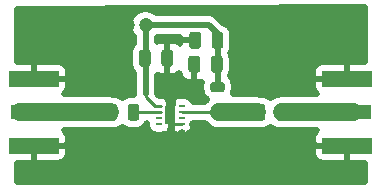
<source format=gbr>
%TF.GenerationSoftware,KiCad,Pcbnew,(5.1.9)-1*%
%TF.CreationDate,2021-01-21T13:21:26-05:00*%
%TF.ProjectId,LNA2,4c4e4132-2e6b-4696-9361-645f70636258,rev?*%
%TF.SameCoordinates,Original*%
%TF.FileFunction,Copper,L1,Top*%
%TF.FilePolarity,Positive*%
%FSLAX46Y46*%
G04 Gerber Fmt 4.6, Leading zero omitted, Abs format (unit mm)*
G04 Created by KiCad (PCBNEW (5.1.9)-1) date 2021-01-21 13:21:26*
%MOMM*%
%LPD*%
G01*
G04 APERTURE LIST*
%TA.AperFunction,SMDPad,CuDef*%
%ADD10R,0.500000X0.250000*%
%TD*%
%TA.AperFunction,SMDPad,CuDef*%
%ADD11R,0.900000X1.600000*%
%TD*%
%TA.AperFunction,SMDPad,CuDef*%
%ADD12R,3.600000X1.270000*%
%TD*%
%TA.AperFunction,SMDPad,CuDef*%
%ADD13R,4.200000X1.350000*%
%TD*%
%TA.AperFunction,ViaPad*%
%ADD14C,1.200000*%
%TD*%
%TA.AperFunction,ViaPad*%
%ADD15C,0.800000*%
%TD*%
%TA.AperFunction,Conductor*%
%ADD16C,0.250000*%
%TD*%
%TA.AperFunction,Conductor*%
%ADD17C,1.500000*%
%TD*%
%TA.AperFunction,Conductor*%
%ADD18C,0.500000*%
%TD*%
%TA.AperFunction,Conductor*%
%ADD19C,0.507000*%
%TD*%
%TA.AperFunction,Conductor*%
%ADD20C,0.100000*%
%TD*%
%TA.AperFunction,Conductor*%
%ADD21C,0.254000*%
%TD*%
G04 APERTURE END LIST*
%TO.P,CC1,1*%
%TO.N,Net-(CC1-Pad1)*%
%TA.AperFunction,SMDPad,CuDef*%
G36*
G01*
X99560000Y-79789000D02*
X99560000Y-80739000D01*
G75*
G02*
X99310000Y-80989000I-250000J0D01*
G01*
X98810000Y-80989000D01*
G75*
G02*
X98560000Y-80739000I0J250000D01*
G01*
X98560000Y-79789000D01*
G75*
G02*
X98810000Y-79539000I250000J0D01*
G01*
X99310000Y-79539000D01*
G75*
G02*
X99560000Y-79789000I0J-250000D01*
G01*
G37*
%TD.AperFunction*%
%TO.P,CC1,2*%
%TO.N,Net-(CC1-Pad2)*%
%TA.AperFunction,SMDPad,CuDef*%
G36*
G01*
X97660000Y-79789000D02*
X97660000Y-80739000D01*
G75*
G02*
X97410000Y-80989000I-250000J0D01*
G01*
X96910000Y-80989000D01*
G75*
G02*
X96660000Y-80739000I0J250000D01*
G01*
X96660000Y-79789000D01*
G75*
G02*
X96910000Y-79539000I250000J0D01*
G01*
X97410000Y-79539000D01*
G75*
G02*
X97660000Y-79789000I0J-250000D01*
G01*
G37*
%TD.AperFunction*%
%TD*%
%TO.P,CC2,2*%
%TO.N,Net-(CC2-Pad2)*%
%TA.AperFunction,SMDPad,CuDef*%
G36*
G01*
X110228000Y-79789000D02*
X110228000Y-80739000D01*
G75*
G02*
X109978000Y-80989000I-250000J0D01*
G01*
X109478000Y-80989000D01*
G75*
G02*
X109228000Y-80739000I0J250000D01*
G01*
X109228000Y-79789000D01*
G75*
G02*
X109478000Y-79539000I250000J0D01*
G01*
X109978000Y-79539000D01*
G75*
G02*
X110228000Y-79789000I0J-250000D01*
G01*
G37*
%TD.AperFunction*%
%TO.P,CC2,1*%
%TO.N,Net-(CC2-Pad1)*%
%TA.AperFunction,SMDPad,CuDef*%
G36*
G01*
X112128000Y-79789000D02*
X112128000Y-80739000D01*
G75*
G02*
X111878000Y-80989000I-250000J0D01*
G01*
X111378000Y-80989000D01*
G75*
G02*
X111128000Y-80739000I0J250000D01*
G01*
X111128000Y-79789000D01*
G75*
G02*
X111378000Y-79539000I250000J0D01*
G01*
X111878000Y-79539000D01*
G75*
G02*
X112128000Y-79789000I0J-250000D01*
G01*
G37*
%TD.AperFunction*%
%TD*%
%TO.P,CDC1,1*%
%TO.N,VCC*%
%TA.AperFunction,SMDPad,CuDef*%
G36*
G01*
X99515000Y-76167000D02*
X99515000Y-75217000D01*
G75*
G02*
X99765000Y-74967000I250000J0D01*
G01*
X100265000Y-74967000D01*
G75*
G02*
X100515000Y-75217000I0J-250000D01*
G01*
X100515000Y-76167000D01*
G75*
G02*
X100265000Y-76417000I-250000J0D01*
G01*
X99765000Y-76417000D01*
G75*
G02*
X99515000Y-76167000I0J250000D01*
G01*
G37*
%TD.AperFunction*%
%TO.P,CDC1,2*%
%TO.N,GND*%
%TA.AperFunction,SMDPad,CuDef*%
G36*
G01*
X101415000Y-76167000D02*
X101415000Y-75217000D01*
G75*
G02*
X101665000Y-74967000I250000J0D01*
G01*
X102165000Y-74967000D01*
G75*
G02*
X102415000Y-75217000I0J-250000D01*
G01*
X102415000Y-76167000D01*
G75*
G02*
X102165000Y-76417000I-250000J0D01*
G01*
X101665000Y-76417000D01*
G75*
G02*
X101415000Y-76167000I0J250000D01*
G01*
G37*
%TD.AperFunction*%
%TD*%
%TO.P,CRF1,2*%
%TO.N,GND*%
%TA.AperFunction,SMDPad,CuDef*%
G36*
G01*
X104706000Y-75725000D02*
X104706000Y-76675000D01*
G75*
G02*
X104456000Y-76925000I-250000J0D01*
G01*
X103956000Y-76925000D01*
G75*
G02*
X103706000Y-76675000I0J250000D01*
G01*
X103706000Y-75725000D01*
G75*
G02*
X103956000Y-75475000I250000J0D01*
G01*
X104456000Y-75475000D01*
G75*
G02*
X104706000Y-75725000I0J-250000D01*
G01*
G37*
%TD.AperFunction*%
%TO.P,CRF1,1*%
%TO.N,VCC*%
%TA.AperFunction,SMDPad,CuDef*%
G36*
G01*
X106606000Y-75725000D02*
X106606000Y-76675000D01*
G75*
G02*
X106356000Y-76925000I-250000J0D01*
G01*
X105856000Y-76925000D01*
G75*
G02*
X105606000Y-76675000I0J250000D01*
G01*
X105606000Y-75725000D01*
G75*
G02*
X105856000Y-75475000I250000J0D01*
G01*
X106356000Y-75475000D01*
G75*
G02*
X106606000Y-75725000I0J-250000D01*
G01*
G37*
%TD.AperFunction*%
%TD*%
%TO.P,CRF2,1*%
%TO.N,VCC*%
%TA.AperFunction,SMDPad,CuDef*%
G36*
G01*
X106672000Y-73693000D02*
X106672000Y-74643000D01*
G75*
G02*
X106422000Y-74893000I-250000J0D01*
G01*
X105922000Y-74893000D01*
G75*
G02*
X105672000Y-74643000I0J250000D01*
G01*
X105672000Y-73693000D01*
G75*
G02*
X105922000Y-73443000I250000J0D01*
G01*
X106422000Y-73443000D01*
G75*
G02*
X106672000Y-73693000I0J-250000D01*
G01*
G37*
%TD.AperFunction*%
%TO.P,CRF2,2*%
%TO.N,GND*%
%TA.AperFunction,SMDPad,CuDef*%
G36*
G01*
X104772000Y-73693000D02*
X104772000Y-74643000D01*
G75*
G02*
X104522000Y-74893000I-250000J0D01*
G01*
X104022000Y-74893000D01*
G75*
G02*
X103772000Y-74643000I0J250000D01*
G01*
X103772000Y-73693000D01*
G75*
G02*
X104022000Y-73443000I250000J0D01*
G01*
X104522000Y-73443000D01*
G75*
G02*
X104772000Y-73693000I0J-250000D01*
G01*
G37*
%TD.AperFunction*%
%TD*%
%TO.P,LRF1,1*%
%TO.N,VCC*%
%TA.AperFunction,SMDPad,CuDef*%
G36*
G01*
X105790750Y-77701500D02*
X106553250Y-77701500D01*
G75*
G02*
X106772000Y-77920250I0J-218750D01*
G01*
X106772000Y-78357750D01*
G75*
G02*
X106553250Y-78576500I-218750J0D01*
G01*
X105790750Y-78576500D01*
G75*
G02*
X105572000Y-78357750I0J218750D01*
G01*
X105572000Y-77920250D01*
G75*
G02*
X105790750Y-77701500I218750J0D01*
G01*
G37*
%TD.AperFunction*%
%TO.P,LRF1,2*%
%TO.N,Net-(CC2-Pad2)*%
%TA.AperFunction,SMDPad,CuDef*%
G36*
G01*
X105790750Y-79826500D02*
X106553250Y-79826500D01*
G75*
G02*
X106772000Y-80045250I0J-218750D01*
G01*
X106772000Y-80482750D01*
G75*
G02*
X106553250Y-80701500I-218750J0D01*
G01*
X105790750Y-80701500D01*
G75*
G02*
X105572000Y-80482750I0J218750D01*
G01*
X105572000Y-80045250D01*
G75*
G02*
X105790750Y-79826500I218750J0D01*
G01*
G37*
%TD.AperFunction*%
%TD*%
D10*
%TO.P,U1,3*%
%TO.N,Net-(U1-Pad3)*%
X101234200Y-80768000D03*
%TO.P,U1,7*%
%TO.N,Net-(CC2-Pad2)*%
X103134200Y-80268000D03*
%TO.P,U1,8*%
%TO.N,Net-(U1-Pad8)*%
X103134200Y-79768000D03*
D11*
%TO.P,U1,9*%
%TO.N,GND*%
X102184200Y-80518000D03*
D10*
%TO.P,U1,1*%
%TO.N,VCC*%
X101234200Y-79768000D03*
%TO.P,U1,2*%
%TO.N,Net-(CC1-Pad1)*%
X101234200Y-80268000D03*
%TO.P,U1,4*%
%TO.N,Net-(U1-Pad4)*%
X101234200Y-81268000D03*
%TO.P,U1,5*%
%TO.N,GND*%
X103134200Y-81268000D03*
%TO.P,U1,6*%
%TO.N,Net-(U1-Pad6)*%
X103134200Y-80768000D03*
%TD*%
D12*
%TO.P,J1,1*%
%TO.N,Net-(CC1-Pad2)*%
X90424000Y-80264000D03*
D13*
%TO.P,J1,2_1*%
%TO.N,GND*%
X90624000Y-77439000D03*
%TO.P,J1,3_1*%
X90624000Y-83089000D03*
%TD*%
%TO.P,J2,3_1*%
%TO.N,GND*%
X117148000Y-77439000D03*
%TO.P,J2,2_1*%
X117148000Y-83089000D03*
D12*
%TO.P,J2,1*%
%TO.N,Net-(CC2-Pad1)*%
X117348000Y-80264000D03*
%TD*%
D14*
%TO.N,VCC*%
X100076000Y-72898000D03*
D15*
%TO.N,GND*%
X96012000Y-76860400D03*
X97536000Y-76860400D03*
X96012000Y-75336400D03*
X97525000Y-75350000D03*
X108712000Y-75184000D03*
X108712000Y-76708000D03*
X103784400Y-78435200D03*
X102158800Y-78435200D03*
X102158800Y-77368400D03*
D14*
X98552000Y-72898000D03*
D15*
X108254800Y-84988400D03*
X96062800Y-83464400D03*
X105206800Y-84988400D03*
X100584000Y-83464400D03*
X103632000Y-83464400D03*
X99110800Y-83464400D03*
X97536000Y-83464400D03*
X106680000Y-84988400D03*
X103632000Y-84988400D03*
X108254800Y-83464400D03*
X102158800Y-84988400D03*
X100584000Y-84988400D03*
X99110800Y-84988400D03*
X97536000Y-84988400D03*
X96062800Y-84988400D03*
X106680000Y-83464400D03*
X105206800Y-83464400D03*
X102158800Y-83464400D03*
%TD*%
D16*
%TO.N,Net-(CC1-Pad1)*%
X99060000Y-80264000D02*
X101346000Y-80264000D01*
D17*
%TO.N,Net-(CC1-Pad2)*%
X94996000Y-80264000D02*
X97028000Y-80264000D01*
X94996000Y-80264000D02*
X89408000Y-80264000D01*
D16*
%TO.N,Net-(CC2-Pad2)*%
X103124000Y-80264000D02*
X105624000Y-80264000D01*
X105624000Y-80264000D02*
X105640000Y-80280000D01*
D17*
X106325000Y-80264000D02*
X109514000Y-80264000D01*
%TO.N,Net-(CC2-Pad1)*%
X111628000Y-80264000D02*
X117602000Y-80264000D01*
D18*
%TO.N,VCC*%
X100076000Y-75692000D02*
X100076000Y-78740000D01*
X100076000Y-72898000D02*
X105410000Y-72898000D01*
D16*
X105918000Y-75946000D02*
X106172000Y-76200000D01*
D18*
X106172000Y-76200000D02*
X106172000Y-78232000D01*
X100076000Y-72898000D02*
X100076000Y-75692000D01*
X105410000Y-72898000D02*
X106172000Y-73660000D01*
X106172000Y-73660000D02*
X106172000Y-76200000D01*
D16*
X100076000Y-78740000D02*
X100076000Y-78994000D01*
X100076000Y-78994000D02*
X100838000Y-79756000D01*
X100838000Y-79756000D02*
X101346000Y-79756000D01*
%TO.N,GND*%
X102174000Y-80514000D02*
X102174000Y-80774002D01*
X102174000Y-81014000D02*
X102440000Y-81280000D01*
X102440000Y-81280000D02*
X103124000Y-81280000D01*
X103124000Y-81264000D02*
X103124000Y-81280000D01*
%TD*%
D19*
%TO.N,GND*%
X105095004Y-81178496D02*
X105172073Y-81241745D01*
X105251037Y-81337963D01*
X105481193Y-81526847D01*
X105743775Y-81667200D01*
X106028694Y-81753629D01*
X106250751Y-81775500D01*
X109588249Y-81775500D01*
X109804671Y-81754184D01*
X109978000Y-81754184D01*
X110176053Y-81734678D01*
X110366494Y-81676908D01*
X110542006Y-81583095D01*
X110678000Y-81471487D01*
X110813994Y-81583095D01*
X110989506Y-81676908D01*
X111179947Y-81734678D01*
X111312141Y-81747698D01*
X111331694Y-81753629D01*
X111553751Y-81775500D01*
X114627137Y-81775500D01*
X114622886Y-81777772D01*
X114506932Y-81872932D01*
X114411772Y-81988886D01*
X114341061Y-82121176D01*
X114297518Y-82264720D01*
X114282815Y-82414000D01*
X114286500Y-82898125D01*
X114476875Y-83088500D01*
X117147500Y-83088500D01*
X117147500Y-83068500D01*
X117148500Y-83068500D01*
X117148500Y-83088500D01*
X117168500Y-83088500D01*
X117168500Y-83089500D01*
X117148500Y-83089500D01*
X117148500Y-84335125D01*
X117338875Y-84525500D01*
X118673808Y-84528077D01*
X118680733Y-86208500D01*
X89215215Y-86208500D01*
X89208289Y-84527864D01*
X90433125Y-84525500D01*
X90623500Y-84335125D01*
X90623500Y-83089500D01*
X90624500Y-83089500D01*
X90624500Y-84335125D01*
X90814875Y-84525500D01*
X92724000Y-84529185D01*
X92873280Y-84514482D01*
X93016824Y-84470939D01*
X93149114Y-84400228D01*
X93265068Y-84305068D01*
X93360228Y-84189114D01*
X93430939Y-84056824D01*
X93474482Y-83913280D01*
X93489185Y-83764000D01*
X114282815Y-83764000D01*
X114297518Y-83913280D01*
X114341061Y-84056824D01*
X114411772Y-84189114D01*
X114506932Y-84305068D01*
X114622886Y-84400228D01*
X114755176Y-84470939D01*
X114898720Y-84514482D01*
X115048000Y-84529185D01*
X116957125Y-84525500D01*
X117147500Y-84335125D01*
X117147500Y-83089500D01*
X114476875Y-83089500D01*
X114286500Y-83279875D01*
X114282815Y-83764000D01*
X93489185Y-83764000D01*
X93485500Y-83279875D01*
X93295125Y-83089500D01*
X90624500Y-83089500D01*
X90623500Y-83089500D01*
X90603500Y-83089500D01*
X90603500Y-83088500D01*
X90623500Y-83088500D01*
X90623500Y-83068500D01*
X90624500Y-83068500D01*
X90624500Y-83088500D01*
X93295125Y-83088500D01*
X93485500Y-82898125D01*
X93489185Y-82414000D01*
X93474482Y-82264720D01*
X93430939Y-82121176D01*
X93360228Y-81988886D01*
X93265068Y-81872932D01*
X93149114Y-81777772D01*
X93144863Y-81775500D01*
X97102249Y-81775500D01*
X97318671Y-81754184D01*
X97410000Y-81754184D01*
X97608053Y-81734678D01*
X97798494Y-81676908D01*
X97974006Y-81583095D01*
X98110000Y-81471487D01*
X98245994Y-81583095D01*
X98421506Y-81676908D01*
X98611947Y-81734678D01*
X98810000Y-81754184D01*
X99310000Y-81754184D01*
X99508053Y-81734678D01*
X99698494Y-81676908D01*
X99874006Y-81583095D01*
X100027843Y-81456843D01*
X100154095Y-81303006D01*
X100219016Y-81181547D01*
X100219016Y-81393000D01*
X100233719Y-81542280D01*
X100277262Y-81685823D01*
X100347973Y-81818113D01*
X100443133Y-81934067D01*
X100559087Y-82029227D01*
X100691377Y-82099938D01*
X100834920Y-82143481D01*
X100984200Y-82158184D01*
X101484200Y-82158184D01*
X101633480Y-82143481D01*
X101777023Y-82099938D01*
X101810393Y-82082101D01*
X101993325Y-82079500D01*
X102183700Y-81889125D01*
X102183700Y-81699738D01*
X102184669Y-81697925D01*
X102184700Y-81698010D01*
X102184700Y-81889125D01*
X102375075Y-82079500D01*
X102560195Y-82082133D01*
X102628356Y-82114146D01*
X102773960Y-82150202D01*
X102923801Y-82157160D01*
X102943825Y-82154500D01*
X103134200Y-81964125D01*
X103324575Y-82154500D01*
X103344599Y-82157160D01*
X103494440Y-82150202D01*
X103640044Y-82114146D01*
X103775817Y-82050377D01*
X103896540Y-81961345D01*
X103997574Y-81850472D01*
X104075037Y-81722018D01*
X104125951Y-81580920D01*
X104145700Y-81458375D01*
X104013671Y-81326346D01*
X104020427Y-81318113D01*
X104091138Y-81185823D01*
X104101853Y-81150500D01*
X105072028Y-81150500D01*
X105095004Y-81178496D01*
%TA.AperFunction,Conductor*%
D20*
G36*
X105095004Y-81178496D02*
G01*
X105172073Y-81241745D01*
X105251037Y-81337963D01*
X105481193Y-81526847D01*
X105743775Y-81667200D01*
X106028694Y-81753629D01*
X106250751Y-81775500D01*
X109588249Y-81775500D01*
X109804671Y-81754184D01*
X109978000Y-81754184D01*
X110176053Y-81734678D01*
X110366494Y-81676908D01*
X110542006Y-81583095D01*
X110678000Y-81471487D01*
X110813994Y-81583095D01*
X110989506Y-81676908D01*
X111179947Y-81734678D01*
X111312141Y-81747698D01*
X111331694Y-81753629D01*
X111553751Y-81775500D01*
X114627137Y-81775500D01*
X114622886Y-81777772D01*
X114506932Y-81872932D01*
X114411772Y-81988886D01*
X114341061Y-82121176D01*
X114297518Y-82264720D01*
X114282815Y-82414000D01*
X114286500Y-82898125D01*
X114476875Y-83088500D01*
X117147500Y-83088500D01*
X117147500Y-83068500D01*
X117148500Y-83068500D01*
X117148500Y-83088500D01*
X117168500Y-83088500D01*
X117168500Y-83089500D01*
X117148500Y-83089500D01*
X117148500Y-84335125D01*
X117338875Y-84525500D01*
X118673808Y-84528077D01*
X118680733Y-86208500D01*
X89215215Y-86208500D01*
X89208289Y-84527864D01*
X90433125Y-84525500D01*
X90623500Y-84335125D01*
X90623500Y-83089500D01*
X90624500Y-83089500D01*
X90624500Y-84335125D01*
X90814875Y-84525500D01*
X92724000Y-84529185D01*
X92873280Y-84514482D01*
X93016824Y-84470939D01*
X93149114Y-84400228D01*
X93265068Y-84305068D01*
X93360228Y-84189114D01*
X93430939Y-84056824D01*
X93474482Y-83913280D01*
X93489185Y-83764000D01*
X114282815Y-83764000D01*
X114297518Y-83913280D01*
X114341061Y-84056824D01*
X114411772Y-84189114D01*
X114506932Y-84305068D01*
X114622886Y-84400228D01*
X114755176Y-84470939D01*
X114898720Y-84514482D01*
X115048000Y-84529185D01*
X116957125Y-84525500D01*
X117147500Y-84335125D01*
X117147500Y-83089500D01*
X114476875Y-83089500D01*
X114286500Y-83279875D01*
X114282815Y-83764000D01*
X93489185Y-83764000D01*
X93485500Y-83279875D01*
X93295125Y-83089500D01*
X90624500Y-83089500D01*
X90623500Y-83089500D01*
X90603500Y-83089500D01*
X90603500Y-83088500D01*
X90623500Y-83088500D01*
X90623500Y-83068500D01*
X90624500Y-83068500D01*
X90624500Y-83088500D01*
X93295125Y-83088500D01*
X93485500Y-82898125D01*
X93489185Y-82414000D01*
X93474482Y-82264720D01*
X93430939Y-82121176D01*
X93360228Y-81988886D01*
X93265068Y-81872932D01*
X93149114Y-81777772D01*
X93144863Y-81775500D01*
X97102249Y-81775500D01*
X97318671Y-81754184D01*
X97410000Y-81754184D01*
X97608053Y-81734678D01*
X97798494Y-81676908D01*
X97974006Y-81583095D01*
X98110000Y-81471487D01*
X98245994Y-81583095D01*
X98421506Y-81676908D01*
X98611947Y-81734678D01*
X98810000Y-81754184D01*
X99310000Y-81754184D01*
X99508053Y-81734678D01*
X99698494Y-81676908D01*
X99874006Y-81583095D01*
X100027843Y-81456843D01*
X100154095Y-81303006D01*
X100219016Y-81181547D01*
X100219016Y-81393000D01*
X100233719Y-81542280D01*
X100277262Y-81685823D01*
X100347973Y-81818113D01*
X100443133Y-81934067D01*
X100559087Y-82029227D01*
X100691377Y-82099938D01*
X100834920Y-82143481D01*
X100984200Y-82158184D01*
X101484200Y-82158184D01*
X101633480Y-82143481D01*
X101777023Y-82099938D01*
X101810393Y-82082101D01*
X101993325Y-82079500D01*
X102183700Y-81889125D01*
X102183700Y-81699738D01*
X102184669Y-81697925D01*
X102184700Y-81698010D01*
X102184700Y-81889125D01*
X102375075Y-82079500D01*
X102560195Y-82082133D01*
X102628356Y-82114146D01*
X102773960Y-82150202D01*
X102923801Y-82157160D01*
X102943825Y-82154500D01*
X103134200Y-81964125D01*
X103324575Y-82154500D01*
X103344599Y-82157160D01*
X103494440Y-82150202D01*
X103640044Y-82114146D01*
X103775817Y-82050377D01*
X103896540Y-81961345D01*
X103997574Y-81850472D01*
X104075037Y-81722018D01*
X104125951Y-81580920D01*
X104145700Y-81458375D01*
X104013671Y-81326346D01*
X104020427Y-81318113D01*
X104091138Y-81185823D01*
X104101853Y-81150500D01*
X105072028Y-81150500D01*
X105095004Y-81178496D01*
G37*
%TD.AperFunction*%
D19*
X103010500Y-73977125D02*
X103200875Y-74167500D01*
X104271500Y-74167500D01*
X104271500Y-74147500D01*
X104272500Y-74147500D01*
X104272500Y-74167500D01*
X104292500Y-74167500D01*
X104292500Y-74168500D01*
X104272500Y-74168500D01*
X104272500Y-74188500D01*
X104271500Y-74188500D01*
X104271500Y-74168500D01*
X103200875Y-74168500D01*
X103010500Y-74358875D01*
X103009587Y-74491146D01*
X102956068Y-74425932D01*
X102840114Y-74330772D01*
X102707824Y-74260061D01*
X102564280Y-74216518D01*
X102415000Y-74201815D01*
X102105875Y-74205500D01*
X101915500Y-74395875D01*
X101915500Y-75691500D01*
X101935500Y-75691500D01*
X101935500Y-75692500D01*
X101915500Y-75692500D01*
X101915500Y-76988125D01*
X102105875Y-77178500D01*
X102415000Y-77182185D01*
X102564280Y-77167482D01*
X102707824Y-77123939D01*
X102840114Y-77053228D01*
X102944969Y-76967177D01*
X102955518Y-77074280D01*
X102999061Y-77217824D01*
X103069772Y-77350114D01*
X103164932Y-77466068D01*
X103280886Y-77561228D01*
X103413176Y-77631939D01*
X103556720Y-77675482D01*
X103706000Y-77690185D01*
X104015125Y-77686500D01*
X104205500Y-77496125D01*
X104205500Y-76200500D01*
X104185500Y-76200500D01*
X104185500Y-76199500D01*
X104205500Y-76199500D01*
X104205500Y-76179500D01*
X104206500Y-76179500D01*
X104206500Y-76199500D01*
X104226500Y-76199500D01*
X104226500Y-76200500D01*
X104206500Y-76200500D01*
X104206500Y-77496125D01*
X104396875Y-77686500D01*
X104706000Y-77690185D01*
X104841326Y-77676856D01*
X104825722Y-77728294D01*
X104806816Y-77920250D01*
X104806816Y-78357750D01*
X104825722Y-78549706D01*
X104881714Y-78734285D01*
X104972639Y-78904394D01*
X105095004Y-79053496D01*
X105244106Y-79175861D01*
X105258764Y-79183696D01*
X105251037Y-79190037D01*
X105172073Y-79286255D01*
X105095004Y-79349504D01*
X105072028Y-79377500D01*
X104099426Y-79377500D01*
X104091138Y-79350177D01*
X104020427Y-79217887D01*
X103925267Y-79101933D01*
X103809313Y-79006773D01*
X103677023Y-78936062D01*
X103533480Y-78892519D01*
X103384200Y-78877816D01*
X102884200Y-78877816D01*
X102734920Y-78892519D01*
X102591377Y-78936062D01*
X102558007Y-78953899D01*
X102375075Y-78956500D01*
X102184700Y-79146875D01*
X102184700Y-79336262D01*
X102184200Y-79337197D01*
X102183700Y-79336262D01*
X102183700Y-79146875D01*
X101993325Y-78956500D01*
X101810393Y-78953899D01*
X101777023Y-78936062D01*
X101633480Y-78892519D01*
X101484200Y-78877816D01*
X101473983Y-78877816D01*
X101389548Y-78869500D01*
X101205200Y-78869500D01*
X101087500Y-78751800D01*
X101087500Y-77105404D01*
X101122176Y-77123939D01*
X101265720Y-77167482D01*
X101415000Y-77182185D01*
X101724125Y-77178500D01*
X101914500Y-76988125D01*
X101914500Y-75692500D01*
X101894500Y-75692500D01*
X101894500Y-75691500D01*
X101914500Y-75691500D01*
X101914500Y-74395875D01*
X101724125Y-74205500D01*
X101415000Y-74201815D01*
X101265720Y-74216518D01*
X101122176Y-74260061D01*
X101087500Y-74278596D01*
X101087500Y-73909500D01*
X103010033Y-73909500D01*
X103010500Y-73977125D01*
%TA.AperFunction,Conductor*%
D20*
G36*
X103010500Y-73977125D02*
G01*
X103200875Y-74167500D01*
X104271500Y-74167500D01*
X104271500Y-74147500D01*
X104272500Y-74147500D01*
X104272500Y-74167500D01*
X104292500Y-74167500D01*
X104292500Y-74168500D01*
X104272500Y-74168500D01*
X104272500Y-74188500D01*
X104271500Y-74188500D01*
X104271500Y-74168500D01*
X103200875Y-74168500D01*
X103010500Y-74358875D01*
X103009587Y-74491146D01*
X102956068Y-74425932D01*
X102840114Y-74330772D01*
X102707824Y-74260061D01*
X102564280Y-74216518D01*
X102415000Y-74201815D01*
X102105875Y-74205500D01*
X101915500Y-74395875D01*
X101915500Y-75691500D01*
X101935500Y-75691500D01*
X101935500Y-75692500D01*
X101915500Y-75692500D01*
X101915500Y-76988125D01*
X102105875Y-77178500D01*
X102415000Y-77182185D01*
X102564280Y-77167482D01*
X102707824Y-77123939D01*
X102840114Y-77053228D01*
X102944969Y-76967177D01*
X102955518Y-77074280D01*
X102999061Y-77217824D01*
X103069772Y-77350114D01*
X103164932Y-77466068D01*
X103280886Y-77561228D01*
X103413176Y-77631939D01*
X103556720Y-77675482D01*
X103706000Y-77690185D01*
X104015125Y-77686500D01*
X104205500Y-77496125D01*
X104205500Y-76200500D01*
X104185500Y-76200500D01*
X104185500Y-76199500D01*
X104205500Y-76199500D01*
X104205500Y-76179500D01*
X104206500Y-76179500D01*
X104206500Y-76199500D01*
X104226500Y-76199500D01*
X104226500Y-76200500D01*
X104206500Y-76200500D01*
X104206500Y-77496125D01*
X104396875Y-77686500D01*
X104706000Y-77690185D01*
X104841326Y-77676856D01*
X104825722Y-77728294D01*
X104806816Y-77920250D01*
X104806816Y-78357750D01*
X104825722Y-78549706D01*
X104881714Y-78734285D01*
X104972639Y-78904394D01*
X105095004Y-79053496D01*
X105244106Y-79175861D01*
X105258764Y-79183696D01*
X105251037Y-79190037D01*
X105172073Y-79286255D01*
X105095004Y-79349504D01*
X105072028Y-79377500D01*
X104099426Y-79377500D01*
X104091138Y-79350177D01*
X104020427Y-79217887D01*
X103925267Y-79101933D01*
X103809313Y-79006773D01*
X103677023Y-78936062D01*
X103533480Y-78892519D01*
X103384200Y-78877816D01*
X102884200Y-78877816D01*
X102734920Y-78892519D01*
X102591377Y-78936062D01*
X102558007Y-78953899D01*
X102375075Y-78956500D01*
X102184700Y-79146875D01*
X102184700Y-79336262D01*
X102184200Y-79337197D01*
X102183700Y-79336262D01*
X102183700Y-79146875D01*
X101993325Y-78956500D01*
X101810393Y-78953899D01*
X101777023Y-78936062D01*
X101633480Y-78892519D01*
X101484200Y-78877816D01*
X101473983Y-78877816D01*
X101389548Y-78869500D01*
X101205200Y-78869500D01*
X101087500Y-78751800D01*
X101087500Y-77105404D01*
X101122176Y-77123939D01*
X101265720Y-77167482D01*
X101415000Y-77182185D01*
X101724125Y-77178500D01*
X101914500Y-76988125D01*
X101914500Y-75692500D01*
X101894500Y-75692500D01*
X101894500Y-75691500D01*
X101914500Y-75691500D01*
X101914500Y-74395875D01*
X101724125Y-74205500D01*
X101415000Y-74201815D01*
X101265720Y-74216518D01*
X101122176Y-74260061D01*
X101087500Y-74278596D01*
X101087500Y-73909500D01*
X103010033Y-73909500D01*
X103010500Y-73977125D01*
G37*
%TD.AperFunction*%
D19*
X118638662Y-75999991D02*
X117338875Y-76002500D01*
X117148500Y-76192875D01*
X117148500Y-77438500D01*
X117168500Y-77438500D01*
X117168500Y-77439500D01*
X117148500Y-77439500D01*
X117148500Y-77459500D01*
X117147500Y-77459500D01*
X117147500Y-77439500D01*
X114476875Y-77439500D01*
X114286500Y-77629875D01*
X114282815Y-78114000D01*
X114297518Y-78263280D01*
X114341061Y-78406824D01*
X114411772Y-78539114D01*
X114506932Y-78655068D01*
X114622886Y-78750228D01*
X114627137Y-78752500D01*
X111553751Y-78752500D01*
X111331694Y-78774371D01*
X111312141Y-78780302D01*
X111179947Y-78793322D01*
X110989506Y-78851092D01*
X110813994Y-78944905D01*
X110678000Y-79056513D01*
X110542006Y-78944905D01*
X110366494Y-78851092D01*
X110176053Y-78793322D01*
X109978000Y-78773816D01*
X109804671Y-78773816D01*
X109588249Y-78752500D01*
X107452550Y-78752500D01*
X107462286Y-78734285D01*
X107518278Y-78549706D01*
X107537184Y-78357750D01*
X107537184Y-77920250D01*
X107518278Y-77728294D01*
X107462286Y-77543715D01*
X107371361Y-77373606D01*
X107248996Y-77224504D01*
X107220393Y-77201030D01*
X107293908Y-77063494D01*
X107351678Y-76873053D01*
X107362418Y-76764000D01*
X114282815Y-76764000D01*
X114286500Y-77248125D01*
X114476875Y-77438500D01*
X117147500Y-77438500D01*
X117147500Y-76192875D01*
X116957125Y-76002500D01*
X115048000Y-75998815D01*
X114898720Y-76013518D01*
X114755176Y-76057061D01*
X114622886Y-76127772D01*
X114506932Y-76222932D01*
X114411772Y-76338886D01*
X114341061Y-76471176D01*
X114297518Y-76614720D01*
X114282815Y-76764000D01*
X107362418Y-76764000D01*
X107371184Y-76675000D01*
X107371184Y-75725000D01*
X107351678Y-75526947D01*
X107293908Y-75336506D01*
X107241020Y-75237560D01*
X107266095Y-75207006D01*
X107359908Y-75031494D01*
X107417678Y-74841053D01*
X107437184Y-74643000D01*
X107437184Y-73693000D01*
X107417678Y-73494947D01*
X107359908Y-73304506D01*
X107266095Y-73128994D01*
X107139843Y-72975157D01*
X106986006Y-72848905D01*
X106810494Y-72755092D01*
X106648397Y-72705920D01*
X106160378Y-72217902D01*
X106128699Y-72179301D01*
X105974678Y-72052899D01*
X105798957Y-71958974D01*
X105608289Y-71901136D01*
X105459689Y-71886500D01*
X105459681Y-71886500D01*
X105410000Y-71881607D01*
X105360319Y-71886500D01*
X100989952Y-71886500D01*
X100943906Y-71840454D01*
X100720912Y-71691454D01*
X100473135Y-71588821D01*
X100210096Y-71536500D01*
X99941904Y-71536500D01*
X99678865Y-71588821D01*
X99431088Y-71691454D01*
X99208094Y-71840454D01*
X99018454Y-72030094D01*
X98869454Y-72253088D01*
X98766821Y-72500865D01*
X98714500Y-72763904D01*
X98714500Y-73032096D01*
X98766821Y-73295135D01*
X98869454Y-73542912D01*
X99018454Y-73765906D01*
X99064500Y-73811952D01*
X99064501Y-74484923D01*
X99047157Y-74499157D01*
X98920905Y-74652994D01*
X98827092Y-74828506D01*
X98769322Y-75018947D01*
X98749816Y-75217000D01*
X98749816Y-76167000D01*
X98769322Y-76365053D01*
X98827092Y-76555494D01*
X98920905Y-76731006D01*
X99047157Y-76884843D01*
X99064500Y-76899076D01*
X99064501Y-78773816D01*
X98810000Y-78773816D01*
X98611947Y-78793322D01*
X98421506Y-78851092D01*
X98245994Y-78944905D01*
X98110000Y-79056513D01*
X97974006Y-78944905D01*
X97798494Y-78851092D01*
X97608053Y-78793322D01*
X97410000Y-78773816D01*
X97318671Y-78773816D01*
X97102249Y-78752500D01*
X93144863Y-78752500D01*
X93149114Y-78750228D01*
X93265068Y-78655068D01*
X93360228Y-78539114D01*
X93430939Y-78406824D01*
X93474482Y-78263280D01*
X93489185Y-78114000D01*
X93485500Y-77629875D01*
X93295125Y-77439500D01*
X90624500Y-77439500D01*
X90624500Y-77459500D01*
X90623500Y-77459500D01*
X90623500Y-77439500D01*
X90603500Y-77439500D01*
X90603500Y-77438500D01*
X90623500Y-77438500D01*
X90623500Y-76192875D01*
X90624500Y-76192875D01*
X90624500Y-77438500D01*
X93295125Y-77438500D01*
X93485500Y-77248125D01*
X93489185Y-76764000D01*
X93474482Y-76614720D01*
X93430939Y-76471176D01*
X93360228Y-76338886D01*
X93265068Y-76222932D01*
X93149114Y-76127772D01*
X93016824Y-76057061D01*
X92873280Y-76013518D01*
X92724000Y-75998815D01*
X90814875Y-76002500D01*
X90624500Y-76192875D01*
X90623500Y-76192875D01*
X90433125Y-76002500D01*
X89173144Y-76000068D01*
X89154543Y-71486724D01*
X118619547Y-71361872D01*
X118638662Y-75999991D01*
%TA.AperFunction,Conductor*%
D20*
G36*
X118638662Y-75999991D02*
G01*
X117338875Y-76002500D01*
X117148500Y-76192875D01*
X117148500Y-77438500D01*
X117168500Y-77438500D01*
X117168500Y-77439500D01*
X117148500Y-77439500D01*
X117148500Y-77459500D01*
X117147500Y-77459500D01*
X117147500Y-77439500D01*
X114476875Y-77439500D01*
X114286500Y-77629875D01*
X114282815Y-78114000D01*
X114297518Y-78263280D01*
X114341061Y-78406824D01*
X114411772Y-78539114D01*
X114506932Y-78655068D01*
X114622886Y-78750228D01*
X114627137Y-78752500D01*
X111553751Y-78752500D01*
X111331694Y-78774371D01*
X111312141Y-78780302D01*
X111179947Y-78793322D01*
X110989506Y-78851092D01*
X110813994Y-78944905D01*
X110678000Y-79056513D01*
X110542006Y-78944905D01*
X110366494Y-78851092D01*
X110176053Y-78793322D01*
X109978000Y-78773816D01*
X109804671Y-78773816D01*
X109588249Y-78752500D01*
X107452550Y-78752500D01*
X107462286Y-78734285D01*
X107518278Y-78549706D01*
X107537184Y-78357750D01*
X107537184Y-77920250D01*
X107518278Y-77728294D01*
X107462286Y-77543715D01*
X107371361Y-77373606D01*
X107248996Y-77224504D01*
X107220393Y-77201030D01*
X107293908Y-77063494D01*
X107351678Y-76873053D01*
X107362418Y-76764000D01*
X114282815Y-76764000D01*
X114286500Y-77248125D01*
X114476875Y-77438500D01*
X117147500Y-77438500D01*
X117147500Y-76192875D01*
X116957125Y-76002500D01*
X115048000Y-75998815D01*
X114898720Y-76013518D01*
X114755176Y-76057061D01*
X114622886Y-76127772D01*
X114506932Y-76222932D01*
X114411772Y-76338886D01*
X114341061Y-76471176D01*
X114297518Y-76614720D01*
X114282815Y-76764000D01*
X107362418Y-76764000D01*
X107371184Y-76675000D01*
X107371184Y-75725000D01*
X107351678Y-75526947D01*
X107293908Y-75336506D01*
X107241020Y-75237560D01*
X107266095Y-75207006D01*
X107359908Y-75031494D01*
X107417678Y-74841053D01*
X107437184Y-74643000D01*
X107437184Y-73693000D01*
X107417678Y-73494947D01*
X107359908Y-73304506D01*
X107266095Y-73128994D01*
X107139843Y-72975157D01*
X106986006Y-72848905D01*
X106810494Y-72755092D01*
X106648397Y-72705920D01*
X106160378Y-72217902D01*
X106128699Y-72179301D01*
X105974678Y-72052899D01*
X105798957Y-71958974D01*
X105608289Y-71901136D01*
X105459689Y-71886500D01*
X105459681Y-71886500D01*
X105410000Y-71881607D01*
X105360319Y-71886500D01*
X100989952Y-71886500D01*
X100943906Y-71840454D01*
X100720912Y-71691454D01*
X100473135Y-71588821D01*
X100210096Y-71536500D01*
X99941904Y-71536500D01*
X99678865Y-71588821D01*
X99431088Y-71691454D01*
X99208094Y-71840454D01*
X99018454Y-72030094D01*
X98869454Y-72253088D01*
X98766821Y-72500865D01*
X98714500Y-72763904D01*
X98714500Y-73032096D01*
X98766821Y-73295135D01*
X98869454Y-73542912D01*
X99018454Y-73765906D01*
X99064500Y-73811952D01*
X99064501Y-74484923D01*
X99047157Y-74499157D01*
X98920905Y-74652994D01*
X98827092Y-74828506D01*
X98769322Y-75018947D01*
X98749816Y-75217000D01*
X98749816Y-76167000D01*
X98769322Y-76365053D01*
X98827092Y-76555494D01*
X98920905Y-76731006D01*
X99047157Y-76884843D01*
X99064500Y-76899076D01*
X99064501Y-78773816D01*
X98810000Y-78773816D01*
X98611947Y-78793322D01*
X98421506Y-78851092D01*
X98245994Y-78944905D01*
X98110000Y-79056513D01*
X97974006Y-78944905D01*
X97798494Y-78851092D01*
X97608053Y-78793322D01*
X97410000Y-78773816D01*
X97318671Y-78773816D01*
X97102249Y-78752500D01*
X93144863Y-78752500D01*
X93149114Y-78750228D01*
X93265068Y-78655068D01*
X93360228Y-78539114D01*
X93430939Y-78406824D01*
X93474482Y-78263280D01*
X93489185Y-78114000D01*
X93485500Y-77629875D01*
X93295125Y-77439500D01*
X90624500Y-77439500D01*
X90624500Y-77459500D01*
X90623500Y-77459500D01*
X90623500Y-77439500D01*
X90603500Y-77439500D01*
X90603500Y-77438500D01*
X90623500Y-77438500D01*
X90623500Y-76192875D01*
X90624500Y-76192875D01*
X90624500Y-77438500D01*
X93295125Y-77438500D01*
X93485500Y-77248125D01*
X93489185Y-76764000D01*
X93474482Y-76614720D01*
X93430939Y-76471176D01*
X93360228Y-76338886D01*
X93265068Y-76222932D01*
X93149114Y-76127772D01*
X93016824Y-76057061D01*
X92873280Y-76013518D01*
X92724000Y-75998815D01*
X90814875Y-76002500D01*
X90624500Y-76192875D01*
X90623500Y-76192875D01*
X90433125Y-76002500D01*
X89173144Y-76000068D01*
X89154543Y-71486724D01*
X118619547Y-71361872D01*
X118638662Y-75999991D01*
G37*
%TD.AperFunction*%
%TD*%
D21*
%TO.N,GND*%
X102501042Y-79035605D02*
X102490971Y-79686572D01*
X101858579Y-79679394D01*
X101840597Y-79028427D01*
X102501042Y-79035605D01*
%TA.AperFunction,Conductor*%
D20*
G36*
X102501042Y-79035605D02*
G01*
X102490971Y-79686572D01*
X101858579Y-79679394D01*
X101840597Y-79028427D01*
X102501042Y-79035605D01*
G37*
%TD.AperFunction*%
%TD*%
D19*
%TO.N,GND*%
X102299000Y-81380290D02*
X102299000Y-82106000D01*
X102107500Y-82106000D01*
X102107500Y-81833865D01*
X102120427Y-81818113D01*
X102191138Y-81685823D01*
X102234681Y-81542280D01*
X102249384Y-81393000D01*
X102249384Y-81319832D01*
X102299000Y-81380290D01*
%TA.AperFunction,Conductor*%
D20*
G36*
X102299000Y-81380290D02*
G01*
X102299000Y-82106000D01*
X102107500Y-82106000D01*
X102107500Y-81833865D01*
X102120427Y-81818113D01*
X102191138Y-81685823D01*
X102234681Y-81542280D01*
X102249384Y-81393000D01*
X102249384Y-81319832D01*
X102299000Y-81380290D01*
G37*
%TD.AperFunction*%
%TD*%
M02*

</source>
